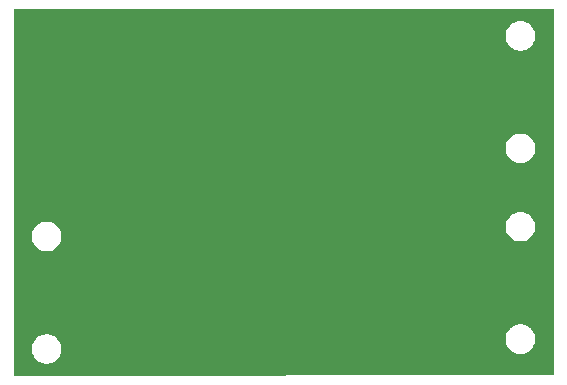
<source format=gbl>
G04 Layer_Physical_Order=2*
G04 Layer_Color=16711680*
%FSLAX25Y25*%
%MOIN*%
G70*
G01*
G75*
%ADD10C,0.03900*%
%ADD11C,0.04000*%
G36*
X464008Y329747D02*
X464035Y207778D01*
X463882Y207625D01*
X284125Y207499D01*
X283998Y329827D01*
X464008Y329747D01*
D02*
G37*
%LPC*%
G36*
X453230Y224616D02*
X452719D01*
X452653Y224603D01*
X452586Y224607D01*
X451823Y224507D01*
X451697Y224464D01*
X451566Y224438D01*
X450617Y224045D01*
X450506Y223971D01*
X450387Y223912D01*
X449572Y223287D01*
X449484Y223187D01*
X449384Y223099D01*
X448759Y222284D01*
X448700Y222164D01*
X448626Y222053D01*
X448233Y221105D01*
X448207Y220974D01*
X448164Y220848D01*
X448063Y220085D01*
X448068Y220018D01*
X448055Y219952D01*
Y219696D01*
Y219441D01*
X448068Y219375D01*
X448063Y219308D01*
X448164Y218545D01*
X448207Y218419D01*
X448233Y218288D01*
X448626Y217339D01*
X448700Y217229D01*
X448759Y217109D01*
X449384Y216294D01*
X449484Y216206D01*
X449572Y216106D01*
X450387Y215481D01*
X450506Y215422D01*
X450617Y215348D01*
X451566Y214955D01*
X451697Y214929D01*
X451823Y214886D01*
X452586Y214786D01*
X452653Y214790D01*
X452719Y214777D01*
X453230D01*
X453296Y214790D01*
X453363Y214786D01*
X454125Y214886D01*
X454252Y214929D01*
X454383Y214955D01*
X455331Y215348D01*
X455442Y215422D01*
X455562Y215481D01*
X456376Y216106D01*
X456464Y216206D01*
X456565Y216294D01*
X457190Y217109D01*
X457249Y217229D01*
X457323Y217339D01*
X457716Y218288D01*
X457742Y218419D01*
X457785Y218545D01*
X457885Y219308D01*
X457881Y219375D01*
X457894Y219441D01*
Y219696D01*
Y219952D01*
X457881Y220018D01*
X457885Y220085D01*
X457785Y220848D01*
X457742Y220974D01*
X457716Y221105D01*
X457323Y222053D01*
X457249Y222164D01*
X457190Y222284D01*
X456565Y223099D01*
X456464Y223186D01*
X456376Y223287D01*
X455562Y223912D01*
X455442Y223971D01*
X455331Y224045D01*
X454383Y224438D01*
X454252Y224464D01*
X454125Y224507D01*
X453363Y224607D01*
X453296Y224603D01*
X453230Y224616D01*
D02*
G37*
G36*
X295315Y221372D02*
X294803D01*
X294738Y221359D01*
X294670Y221363D01*
X293908Y221263D01*
X293781Y221220D01*
X293651Y221194D01*
X292702Y220801D01*
X292591Y220727D01*
X292472Y220668D01*
X291657Y220042D01*
X291569Y219942D01*
X291469Y219854D01*
X290844Y219040D01*
X290785Y218920D01*
X290710Y218809D01*
X290318Y217860D01*
X290291Y217730D01*
X290249Y217603D01*
X290148Y216841D01*
X290153Y216774D01*
X290140Y216708D01*
Y216452D01*
Y216196D01*
X290153Y216131D01*
X290148Y216063D01*
X290249Y215301D01*
X290291Y215175D01*
X290318Y215044D01*
X290710Y214095D01*
X290785Y213984D01*
X290844Y213865D01*
X291469Y213050D01*
X291569Y212962D01*
X291657Y212862D01*
X292472Y212237D01*
X292591Y212178D01*
X292702Y212104D01*
X293651Y211711D01*
X293781Y211684D01*
X293908Y211642D01*
X294670Y211541D01*
X294738Y211546D01*
X294803Y211533D01*
X295315D01*
X295381Y211546D01*
X295448Y211541D01*
X296210Y211642D01*
X296337Y211684D01*
X296467Y211711D01*
X297416Y212104D01*
X297527Y212178D01*
X297647Y212237D01*
X298461Y212862D01*
X298549Y212962D01*
X298650Y213050D01*
X299275Y213865D01*
X299334Y213984D01*
X299408Y214095D01*
X299801Y215044D01*
X299827Y215175D01*
X299869Y215301D01*
X299970Y216063D01*
X299966Y216131D01*
X299979Y216196D01*
Y216452D01*
Y216708D01*
X299966Y216774D01*
X299970Y216841D01*
X299869Y217603D01*
X299827Y217730D01*
X299801Y217860D01*
X299408Y218809D01*
X299334Y218920D01*
X299275Y219040D01*
X298649Y219854D01*
X298549Y219942D01*
X298461Y220043D01*
X297647Y220668D01*
X297527Y220727D01*
X297416Y220801D01*
X296467Y221194D01*
X296337Y221220D01*
X296210Y221263D01*
X295448Y221363D01*
X295381Y221359D01*
X295315Y221372D01*
D02*
G37*
G36*
Y258872D02*
X294803D01*
X294738Y258859D01*
X294670Y258863D01*
X293908Y258763D01*
X293781Y258720D01*
X293651Y258694D01*
X292702Y258301D01*
X292591Y258227D01*
X292472Y258168D01*
X291657Y257542D01*
X291569Y257442D01*
X291469Y257354D01*
X290844Y256540D01*
X290785Y256420D01*
X290710Y256309D01*
X290318Y255360D01*
X290291Y255230D01*
X290249Y255103D01*
X290148Y254341D01*
X290153Y254274D01*
X290140Y254208D01*
Y253952D01*
Y253696D01*
X290153Y253631D01*
X290148Y253563D01*
X290249Y252801D01*
X290291Y252675D01*
X290318Y252544D01*
X290710Y251595D01*
X290785Y251484D01*
X290844Y251365D01*
X291469Y250550D01*
X291569Y250462D01*
X291657Y250362D01*
X292472Y249737D01*
X292591Y249678D01*
X292702Y249604D01*
X293651Y249211D01*
X293781Y249184D01*
X293908Y249142D01*
X294670Y249041D01*
X294738Y249046D01*
X294803Y249033D01*
X295315D01*
X295381Y249046D01*
X295448Y249041D01*
X296210Y249142D01*
X296337Y249184D01*
X296467Y249211D01*
X297416Y249604D01*
X297527Y249678D01*
X297647Y249737D01*
X298461Y250362D01*
X298549Y250462D01*
X298650Y250550D01*
X299275Y251365D01*
X299334Y251484D01*
X299408Y251595D01*
X299801Y252544D01*
X299827Y252675D01*
X299869Y252801D01*
X299970Y253563D01*
X299966Y253631D01*
X299979Y253696D01*
Y253952D01*
Y254208D01*
X299966Y254274D01*
X299970Y254341D01*
X299869Y255103D01*
X299827Y255230D01*
X299801Y255360D01*
X299408Y256309D01*
X299334Y256420D01*
X299275Y256540D01*
X298649Y257354D01*
X298549Y257442D01*
X298461Y257543D01*
X297647Y258168D01*
X297527Y258227D01*
X297416Y258301D01*
X296467Y258694D01*
X296337Y258720D01*
X296210Y258763D01*
X295448Y258863D01*
X295381Y258859D01*
X295315Y258872D01*
D02*
G37*
G36*
X453230Y325766D02*
X452719D01*
X452653Y325753D01*
X452586Y325757D01*
X451823Y325657D01*
X451697Y325614D01*
X451566Y325588D01*
X450617Y325195D01*
X450506Y325121D01*
X450387Y325062D01*
X449572Y324437D01*
X449484Y324337D01*
X449384Y324249D01*
X448759Y323434D01*
X448700Y323314D01*
X448626Y323203D01*
X448233Y322255D01*
X448207Y322124D01*
X448164Y321998D01*
X448063Y321235D01*
X448068Y321168D01*
X448055Y321102D01*
Y320846D01*
Y320591D01*
X448068Y320525D01*
X448063Y320458D01*
X448164Y319695D01*
X448207Y319569D01*
X448233Y319438D01*
X448626Y318489D01*
X448700Y318379D01*
X448759Y318259D01*
X449384Y317444D01*
X449484Y317356D01*
X449572Y317256D01*
X450387Y316631D01*
X450506Y316572D01*
X450617Y316498D01*
X451566Y316105D01*
X451697Y316079D01*
X451823Y316036D01*
X452586Y315936D01*
X452653Y315940D01*
X452719Y315927D01*
X453230D01*
X453296Y315940D01*
X453363Y315936D01*
X454125Y316036D01*
X454252Y316079D01*
X454383Y316105D01*
X455331Y316498D01*
X455442Y316572D01*
X455562Y316631D01*
X456376Y317256D01*
X456464Y317356D01*
X456565Y317444D01*
X457190Y318259D01*
X457249Y318378D01*
X457323Y318489D01*
X457716Y319438D01*
X457742Y319569D01*
X457785Y319695D01*
X457885Y320458D01*
X457881Y320525D01*
X457894Y320591D01*
Y320846D01*
Y321102D01*
X457881Y321168D01*
X457885Y321235D01*
X457785Y321998D01*
X457742Y322124D01*
X457716Y322255D01*
X457323Y323203D01*
X457249Y323314D01*
X457190Y323434D01*
X456565Y324249D01*
X456464Y324337D01*
X456376Y324437D01*
X455562Y325062D01*
X455442Y325121D01*
X455331Y325195D01*
X454383Y325588D01*
X454252Y325614D01*
X454125Y325657D01*
X453363Y325757D01*
X453296Y325753D01*
X453230Y325766D01*
D02*
G37*
G36*
Y288266D02*
X452719D01*
X452653Y288253D01*
X452586Y288257D01*
X451823Y288157D01*
X451697Y288114D01*
X451566Y288088D01*
X450617Y287695D01*
X450506Y287621D01*
X450387Y287562D01*
X449572Y286937D01*
X449484Y286837D01*
X449384Y286749D01*
X448759Y285934D01*
X448700Y285814D01*
X448626Y285703D01*
X448233Y284755D01*
X448207Y284624D01*
X448164Y284498D01*
X448063Y283735D01*
X448068Y283668D01*
X448055Y283602D01*
Y283346D01*
Y283091D01*
X448068Y283025D01*
X448063Y282958D01*
X448164Y282195D01*
X448207Y282069D01*
X448233Y281938D01*
X448626Y280989D01*
X448700Y280879D01*
X448759Y280759D01*
X449384Y279944D01*
X449484Y279856D01*
X449572Y279756D01*
X450387Y279131D01*
X450506Y279072D01*
X450617Y278998D01*
X451566Y278605D01*
X451697Y278579D01*
X451823Y278536D01*
X452586Y278436D01*
X452653Y278440D01*
X452719Y278427D01*
X453230D01*
X453296Y278440D01*
X453363Y278436D01*
X454125Y278536D01*
X454252Y278579D01*
X454383Y278605D01*
X455331Y278998D01*
X455442Y279072D01*
X455562Y279131D01*
X456376Y279756D01*
X456464Y279856D01*
X456565Y279944D01*
X457190Y280759D01*
X457249Y280878D01*
X457323Y280989D01*
X457716Y281938D01*
X457742Y282069D01*
X457785Y282195D01*
X457885Y282958D01*
X457881Y283025D01*
X457894Y283091D01*
Y283346D01*
Y283602D01*
X457881Y283668D01*
X457885Y283735D01*
X457785Y284498D01*
X457742Y284624D01*
X457716Y284755D01*
X457323Y285703D01*
X457249Y285814D01*
X457190Y285934D01*
X456565Y286749D01*
X456464Y286837D01*
X456376Y286937D01*
X455562Y287562D01*
X455442Y287621D01*
X455331Y287695D01*
X454383Y288088D01*
X454252Y288114D01*
X454125Y288157D01*
X453363Y288257D01*
X453296Y288253D01*
X453230Y288266D01*
D02*
G37*
G36*
Y262116D02*
X452719D01*
X452653Y262103D01*
X452586Y262107D01*
X451823Y262007D01*
X451697Y261964D01*
X451566Y261938D01*
X450617Y261545D01*
X450506Y261471D01*
X450387Y261412D01*
X449572Y260787D01*
X449484Y260687D01*
X449384Y260599D01*
X448759Y259784D01*
X448700Y259664D01*
X448626Y259553D01*
X448233Y258605D01*
X448207Y258474D01*
X448164Y258348D01*
X448063Y257585D01*
X448068Y257518D01*
X448055Y257452D01*
Y257196D01*
Y256941D01*
X448068Y256875D01*
X448063Y256808D01*
X448164Y256045D01*
X448207Y255919D01*
X448233Y255788D01*
X448626Y254839D01*
X448700Y254729D01*
X448759Y254609D01*
X449384Y253794D01*
X449484Y253706D01*
X449572Y253606D01*
X450387Y252981D01*
X450506Y252922D01*
X450617Y252848D01*
X451566Y252455D01*
X451697Y252429D01*
X451823Y252386D01*
X452586Y252286D01*
X452653Y252290D01*
X452719Y252277D01*
X453230D01*
X453296Y252290D01*
X453363Y252286D01*
X454125Y252386D01*
X454252Y252429D01*
X454383Y252455D01*
X455331Y252848D01*
X455442Y252922D01*
X455562Y252981D01*
X456376Y253606D01*
X456464Y253706D01*
X456565Y253794D01*
X457190Y254609D01*
X457249Y254729D01*
X457323Y254839D01*
X457716Y255788D01*
X457742Y255919D01*
X457785Y256045D01*
X457885Y256808D01*
X457881Y256875D01*
X457894Y256941D01*
Y257196D01*
Y257452D01*
X457881Y257518D01*
X457885Y257585D01*
X457785Y258348D01*
X457742Y258474D01*
X457716Y258605D01*
X457323Y259553D01*
X457249Y259664D01*
X457190Y259784D01*
X456565Y260599D01*
X456464Y260686D01*
X456376Y260787D01*
X455562Y261412D01*
X455442Y261471D01*
X455331Y261545D01*
X454383Y261938D01*
X454252Y261964D01*
X454125Y262007D01*
X453363Y262107D01*
X453296Y262103D01*
X453230Y262116D01*
D02*
G37*
%LPD*%
D10*
X375600Y262400D02*
D03*
X438500Y251026D02*
D03*
X438200Y314526D02*
D03*
X375300Y325900D02*
D03*
X345700Y321774D02*
D03*
X308200Y317224D02*
D03*
X437000Y292096D02*
D03*
X411100Y323726D02*
D03*
X376700Y306041D02*
D03*
X407600Y285400D02*
D03*
X411100Y260100D02*
D03*
X437000Y228400D02*
D03*
X407600Y221700D02*
D03*
X376700Y242400D02*
D03*
X333200Y216273D02*
D03*
X311000Y246600D02*
D03*
X336700Y249900D02*
D03*
X346600Y252500D02*
D03*
D11*
X366400Y261964D02*
D03*
Y252500D02*
D03*
X366200Y213900D02*
D03*
X366300Y225025D02*
D03*
Y234700D02*
D03*
X345700Y280500D02*
D03*
X334400D02*
D03*
Y289200D02*
D03*
X345500Y289400D02*
D03*
X355200Y289200D02*
D03*
X355500Y280500D02*
D03*
X366400Y243600D02*
D03*
M02*

</source>
